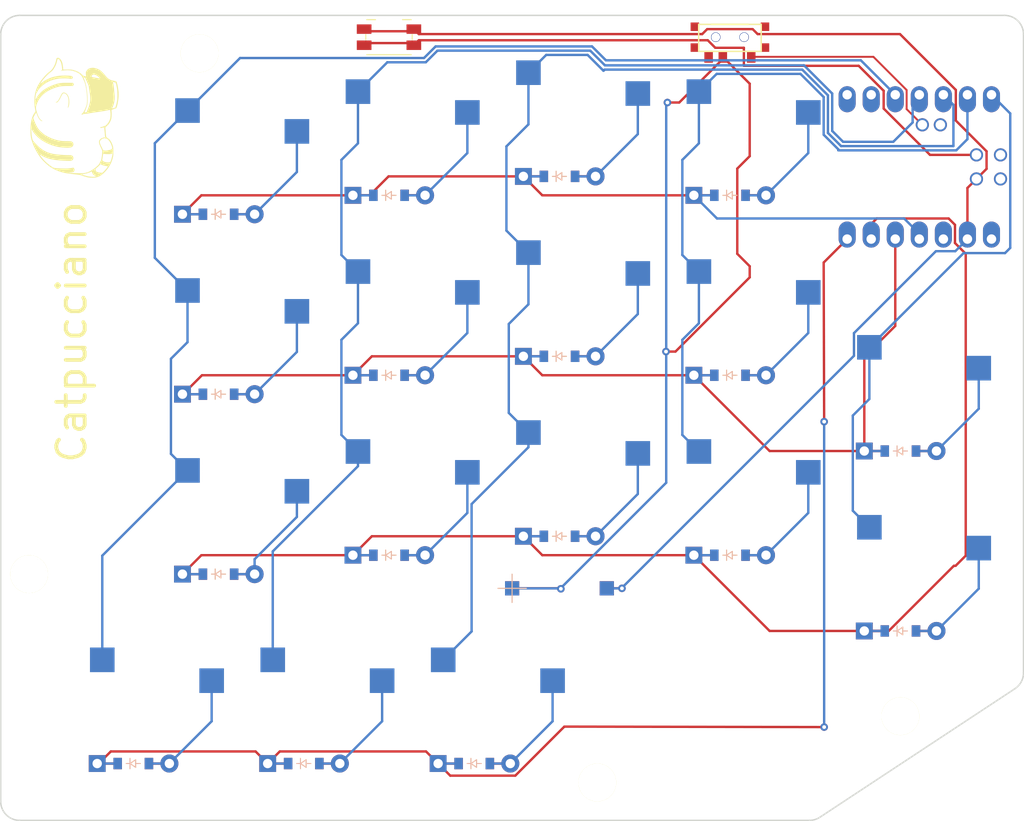
<source format=kicad_pcb>
(kicad_pcb (version 20240108) (generator "pcbnew") (generator_version "8.0")
  (title_block (title "right") (rev "v1.0.0") (company "Unknown"))
  (layers (0 "F.Cu" signal) (31 "B.Cu" signal) (34 "B.Paste" user) (35 "F.Paste" user) (36 "B.SilkS" user "B.Silkscreen") (37 "F.SilkS" user "F.Silkscreen") (38 "B.Mask" user) (39 "F.Mask" user) (44 "Edge.Cuts" user))
  (net 0 "")
  (net 1 "P0")
  (net 2 "mirror_pinky_bottom")
  (net 3 "mirror_pinky_middle")
  (net 4 "P1")
  (net 5 "mirror_ring_bottom")
  (net 6 "mirror_ring_middle")
  (net 7 "mirror_ring_top")
  (net 8 "P2")
  (net 9 "mirror_middle_bottom")
  (net 10 "mirror_middle_middle")
  (net 11 "mirror_middle_top")
  (net 12 "P3")
  (net 13 "mirror_index_bottom")
  (net 14 "mirror_index_middle")
  (net 15 "mirror_index_top")
  (net 16 "P4")
  (net 17 "mirror_inner_bottom")
  (net 18 "mirror_inner_middle")
  (net 19 "mirror_inner_top")
  (net 20 "mirror_middle_clusters")
  (net 21 "mirror_index_clusters")
  (net 22 "mirror_inner_clusters")
  (net 23 "P8")
  (net 24 "P9")
  (net 25 "P10")
  (net 26 "P7")
  (net 27 "VCC5")
  (net 28 "GND")
  (net 29 "VCC3")
  (net 30 "RST")
  (net 31 "BAT+")
  (net 32 "BAT-")
  (net 33 "CLK")
  (net 34 "DIO")
  (net 35 "P5")
  (net 36 "P6")
  (net 37 "POS")
  (footprint "E73:SPDT_C128955" (layer "F.Cu") (at 316 92.3)
    (property "Reference" "T1" (hide yes))
    (property "Value" "" (hide yes))
  )
  (footprint "ComboDiode" (layer "F.Cu") (at 280 109)
    (property "Reference" "D11" (hide yes))
    (property "Value" "" (hide yes))
  )
  (footprint "PG1350" (layer "F.Cu") (at 280 142)
    (property "Reference" "S9" (hide yes))
    (property "Value" "" (hide yes))
  )
  (footprint "ComboDiode" (layer "F.Cu") (at 316 128)
    (property "Reference" "D4" (hide yes))
    (property "Value" "" (hide yes))
  )
  (footprint "PG1350" (layer "F.Cu") (at 262 125)
    (property "Reference" "S13" (hide yes))
    (property "Value" "" (hide yes))
  )
  (footprint "ComboDiode" (layer "F.Cu") (at 289 169)
    (property "Reference" "D15" (hide yes))
    (property "Value" "" (hide yes))
  )
  (footprint "HOLE_M2_TH" (layer "F.Cu") (at 334 164)
    (property "Reference" "")
    (property "Value" "")
  )
  (footprint "ComboDiode" (layer "F.Cu") (at 298 145)
    (property "Reference" "D6" (hide yes))
    (property "Value" "" (hide yes))
  )
  (footprint "PG1350" (layer "F.Cu") (at 298 140)
    (property "Reference" "S6" (hide yes))
    (property "Value" "" (hide yes))
  )
  (footprint "ComboDiode" (layer "F.Cu") (at 298 107)
    (property "Reference" "D8" (hide yes))
    (property "Value" "" (hide yes))
  )
  (footprint "ComboDiode" (layer "F.Cu") (at 271 169)
    (property "Reference" "D16" (hide yes))
    (property "Value" "" (hide yes))
  )
  (footprint "ComboDiode" (layer "F.Cu") (at 280 147)
    (property "Reference" "D9" (hide yes))
    (property "Value" "" (hide yes))
  )
  (footprint "ComboDiode" (layer "F.Cu") (at 316 147)
    (property "Reference" "D3" (hide yes))
    (property "Value" "" (hide yes))
  )
  (footprint "PG1350" (layer "F.Cu") (at 334 150)
    (property "Reference" "S1" (hide yes))
    (property "Value" "" (hide yes))
  )
  (footprint "HOLE_M2_TH" (layer "F.Cu") (at 242 149)
    (property "Reference" "")
    (property "Value" "")
  )
  (footprint "PG1350" (layer "F.Cu") (at 298 102)
    (property "Reference" "S8" (hide yes))
    (property "Value" "" (hide yes))
  )
  (footprint "ComboDiode" (layer "F.Cu") (at 334 136)
    (property "Reference" "D2" (hide yes))
    (property "Value" "" (hide yes))
  )
  (footprint "ComboDiode" (layer "F.Cu") (at 280 128)
    (property "Reference" "D10" (hide yes))
    (property "Value" "" (hide yes))
  )
  (footprint "PG1350" (layer "F.Cu") (at 253 164)
    (property "Reference" "S17" (hide yes))
    (property "Value" "" (hide yes))
  )
  (footprint "PG1350" (layer "F.Cu") (at 280 104)
    (property "Reference" "S11" (hide yes))
    (property "Value" "" (hide yes))
  )
  (footprint "HOLE_M2_TH" (layer "F.Cu") (at 260 94)
    (property "Reference" "")
    (property "Value" "")
  )
  (footprint "PG1350" (layer "F.Cu") (at 271 164)
    (property "Reference" "S16" (hide yes))
    (property "Value" "" (hide yes))
  )
  (footprint "PG1350" (layer "F.Cu") (at 316 104)
    (property "Reference" "S5" (hide yes))
    (property "Value" "" (hide yes))
  )
  (footprint "PG1350" (layer "F.Cu") (at 298 121)
    (property "Reference" "S7" (hide yes))
    (property "Value" "" (hide yes))
  )
  (footprint "PG1350" (layer "F.Cu") (at 262 144)
    (property "Reference" "S12" (hide yes))
    (property "Value" "" (hide yes))
  )
  (footprint "PG1350" (layer "F.Cu") (at 289 164)
    (property "Reference" "S15" (hide yes))
    (property "Value" "" (hide yes))
  )
  (footprint "PG1350" (layer "F.Cu") (at 280 123)
    (property "Reference" "S10" (hide yes))
    (property "Value" "" (hide yes))
  )
  (footprint "HOLE_M2_TH" (layer "F.Cu") (at 302 171)
    (property "Reference" "")
    (property "Value" "")
  )
  (footprint "ComboDiode" (layer "F.Cu") (at 262 111)
    (property "Reference" "D14" (hide yes))
    (property "Value" "" (hide yes))
  )
  (footprint "Downloads:Cat6.1" (layer "F.Cu") (at 246.85 100.85 90)
    (property "Reference" "G***" (hide yes))
    (property "Value" "LOGO" (hide yes))
  )
  (footprint "ComboDiode" (layer "F.Cu") (at 298 150.5)
    (property "Reference" "BATTPAD1" (hide yes))
    (property "Value" "" (hide yes))
  )
  (footprint "ComboDiode" (layer "F.Cu") (at 316 109)
    (property "Reference" "D5" (hide yes))
    (property "Value" "" (hide yes))
  )
  (footprint "ComboDiode" (layer "F.Cu") (at 298 126)
    (property "Reference" "D7" (hide yes))
    (property "Value" "" (hide yes))
  )
  (footprint "ComboDiode" (layer "F.Cu") (at 334 155)
    (property "Reference" "D1" (hide yes))
    (property "Value" "" (hide yes))
  )
  (footprint "Panasonic_EVQPUL_EVQPUC" (layer "F.Cu") (at 280 92.3)
    (property "Reference" "B1" (hide yes))
    (property "Value" "Panasonic_EVQPUL_EVQPUC" (hide yes))
  )
  (footprint "ComboDiode" (layer "F.Cu") (at 253 169)
    (property "Reference" "D17" (hide yes))
    (property "Value" "" (hide yes))
  )
  (footprint "ComboDiode" (layer "F.Cu") (at 262 149)
    (property "Reference" "D12" (hide yes))
    (property "Value" "" (hide yes))
  )
  (footprint "ComboDiode" (layer "F.Cu") (at 262 130)
    (property "Reference" "D13" (hide yes))
    (property "Value" "" (hide yes))
  )
  (footprint "xiao-ble" (layer "F.Cu") (at 336 106 -90)
    (property "Reference" "MCU1" (hide yes))
    (property "Value" "" (hide yes))
  )
  (footprint "Downloads:footprint" (layer "F.Cu") (at 246.85 100.85 90)
    (property "Reference" "G***" (hide yes))
    (property "Value" "LOGO" (hide yes))
  )
  (footprint "PG1350" (layer "F.Cu") (at 316 142)
    (property "Reference" "S3" (hide yes))
    (property "Value" "" (hide yes))
  )
  (footprint "PG1350" (layer "F.Cu") (at 334 131)
    (property "Reference" "S2" (hide yes))
    (property "Value" "" (hide yes))
  )
  (footprint "PG1350" (layer "F.Cu") (at 262 106)
    (property "Reference" "S14" (hide yes))
    (property "Value" "" (hide yes))
  )
  (footprint "PG1350" (layer "F.Cu") (at 316 123)
    (property "Reference" "S4" (hide yes))
    (property "Value" "" (hide yes))
  )
  (gr_arc (start 241 175) (mid 239.585786 174.414214) (end 239 173) (stroke (width 0.15)) (layer "Edge.Cuts"))
  (gr_line (start 241 175) (end 324.40019 175) (stroke (width 0.15)) (layer "Edge.Cuts"))
  (gr_line (start 239 92) (end 239 173) (stroke (width 0.15)) (layer "Edge.Cuts"))
  (gr_line (start 241 90) (end 345 90) (stroke (width 0.15)) (layer "Edge.Cuts"))
  (gr_line (start 347 159.422852) (end 347 92) (stroke (width 0.15)) (layer "Edge.Cuts"))
  (gr_line (start 325.500817 174.669916) (end 346.100627 161.092769) (stroke (width 0.15)) (layer "Edge.Cuts"))
  (gr_arc (start 325.500817 174.669916) (mid 324.974719 174.915702) (end 324.40019 175) (stroke (width 0.15)) (layer "Edge.Cuts"))
  (gr_arc (start 239 92) (mid 239.585786 90.585786) (end 241 90) (stroke (width 0.15)) (layer "Edge.Cuts"))
  (gr_arc (start 345 90) (mid 346.414214 90.585786) (end 347 92) (stroke (width 0.15)) (layer "Edge.Cuts"))
  (gr_arc (start 347.000001 159.422852) (mid 346.760861 160.371205) (end 346.100627 161.092769) (stroke (width 0.15)) (layer "Edge.Cuts"))
  (gr_text "Catpucciano" (at 246.5 137.5 90) (layer "F.SilkS") (effects (font (size 3 3) (thickness 0.4)) (justify left)))
  (segment (start 340.675 115.1) (end 345.05 115.1) (width 0.25) (layer "B.Cu") (net 1))
  (segment (start 345.6 114.55) (end 345.6 100.36) (width 0.25) (layer "B.Cu") (net 1))
  (segment (start 330.725 125.05) (end 340.675 115.1) (width 0.25) (layer "B.Cu") (net 1))
  (segment (start 345.05 115.1) (end 345.6 114.55) (width 0.25) (layer "B.Cu") (net 1))
  (segment (start 345.6 100.36) (end 343.62 98.38) (width 0.25) (layer "B.Cu") (net 1))
  (segment (start 328.976 142.301) (end 330.725 144.05) (width 0.25) (layer "B.Cu") (net 1))
  (segment (start 330.725 125.05) (end 330.725 130.508684) (width 0.25) (layer "B.Cu") (net 1))
  (segment (start 328.976 132.257684) (end 328.976 142.301) (width 0.25) (layer "B.Cu") (net 1))
  (segment (start 330.725 130.508684) (end 328.976 132.257684) (width 0.25) (layer "B.Cu") (net 1))
  (segment (start 335.65 155) (end 337.81 155) (width 0.25) (layer "F.Cu") (net 2))
  (segment (start 342.275 146.25) (end 342.275 150.535) (width 0.25) (layer "B.Cu") (net 2))
  (segment (start 342.275 150.535) (end 337.81 155) (width 0.25) (layer "B.Cu") (net 2))
  (segment (start 335.65 155) (end 337.81 155) (width 0.25) (layer "B.Cu") (net 2))
  (segment (start 335.65 136) (end 337.81 136) (width 0.25) (layer "F.Cu") (net 3))
  (segment (start 337.81 136) (end 335.65 136) (width 0.25) (layer "B.Cu") (net 3))
  (segment (start 342.275 131.535) (end 337.81 136) (width 0.25) (layer "B.Cu") (net 3))
  (segment (start 342.275 127.25) (end 342.275 131.535) (width 0.25) (layer "B.Cu") (net 3))
  (segment (start 312.725 103.508684) (end 310.976 105.257684) (width 0.25) (layer "B.Cu") (net 4))
  (segment (start 341.08 103.07) (end 341.08 98.38) (width 0.25) (layer "B.Cu") (net 4))
  (segment (start 310.976 134.301) (end 312.725 136.05) (width 0.25) (layer "B.Cu") (net 4))
  (segment (start 325.9 102.6) (end 327.45 104.15) (width 0.25) (layer "B.Cu") (net 4))
  (segment (start 339.9 104.25) (end 341.08 103.07) (width 0.25) (layer "B.Cu") (net 4))
  (segment (start 327.45 104.15) (end 327.45 104.25) (width 0.25) (layer "B.Cu") (net 4))
  (segment (start 312.725 98.05) (end 314.6 96.175) (width 0.25) (layer "B.Cu") (net 4))
  (segment (start 312.725 117.05) (end 312.725 122.508684) (width 0.25) (layer "B.Cu") (net 4))
  (segment (start 310.976 124.257684) (end 310.976 134.301) (width 0.25) (layer "B.Cu") (net 4))
  (segment (start 327.45 104.25) (end 339.9 104.25) (width 0.25) (layer "B.Cu") (net 4))
  (segment (start 310.976 105.257684) (end 310.976 115.301) (width 0.25) (layer "B.Cu") (net 4))
  (segment (start 312.725 98.05) (end 312.725 103.508684) (width 0.25) (layer "B.Cu") (net 4))
  (segment (start 312.725 122.508684) (end 310.976 124.257684) (width 0.25) (layer "B.Cu") (net 4))
  (segment (start 310.976 115.301) (end 312.725 117.05) (width 0.25) (layer "B.Cu") (net 4))
  (segment (start 314.6 96.175) (end 323.45 96.175) (width 0.25) (layer "B.Cu") (net 4))
  (segment (start 323.45 96.175) (end 325.9 98.625) (width 0.25) (layer "B.Cu") (net 4))
  (segment (start 325.9 98.625) (end 325.9 102.6) (width 0.25) (layer "B.Cu") (net 4))
  (segment (start 319.81 147) (end 317.65 147) (width 0.25) (layer "F.Cu") (net 5))
  (segment (start 324.275 138.25) (end 324.275 142.535) (width 0.25) (layer "B.Cu") (net 5))
  (segment (start 317.65 147) (end 319.81 147) (width 0.25) (layer "B.Cu") (net 5))
  (segment (start 324.275 142.535) (end 319.81 147) (width 0.25) (layer "B.Cu") (net 5))
  (segment (start 319.81 128) (end 317.65 128) (width 0.25) (layer "F.Cu") (net 6))
  (segment (start 324.275 123.535) (end 319.81 128) (width 0.25) (layer "B.Cu") (net 6))
  (segment (start 324.275 119.25) (end 324.275 123.535) (width 0.25) (layer "B.Cu") (net 6))
  (segment (start 317.65 128) (end 319.81 128) (width 0.25) (layer "B.Cu") (net 6))
  (segment (start 317.65 109) (end 319.81 109) (width 0.25) (layer "F.Cu") (net 7))
  (segment (start 324.275 100.25) (end 324.275 104.535) (width 0.25) (layer "B.Cu") (net 7))
  (segment (start 324.275 104.535) (end 319.81 109) (width 0.25) (layer "B.Cu") (net 7))
  (segment (start 317.65 109) (end 319.81 109) (width 0.25) (layer "B.Cu") (net 7))
  (segment (start 339.6 103.8) (end 339.6 99.44) (width 0.25) (layer "B.Cu") (net 8))
  (segment (start 292.4 103.833684) (end 294.725 101.508684) (width 0.25) (layer "B.Cu") (net 8))
  (segment (start 326.35 98.438604) (end 326.35 102.413604) (width 0.25) (layer "B.Cu") (net 8))
  (segment (start 327.736396 103.8) (end 339.6 103.8) (width 0.25) (layer "B.Cu") (net 8))
  (segment (start 339.6 99.44) (end 338.54 98.38) (width 0.25) (layer "B.Cu") (net 8))
  (segment (start 288.725 155.05) (end 285.725 158.05) (width 0.25) (layer "B.Cu") (net 8))
  (segment (start 300.975 94.175) (end 302.65 95.85) (width 0.25) (layer "B.Cu") (net 8))
  (segment (start 294.725 115.05) (end 292.4 112.725) (width 0.25) (layer "B.Cu") (net 8))
  (segment (start 294.725 135.6) (end 288.725 141.6) (width 0.25) (layer "B.Cu") (net 8))
  (segment (start 292.65 131.975) (end 292.65 122.583684) (width 0.25) (layer "B.Cu") (net 8))
  (segment (start 294.725 120.508684) (end 294.725 115.05) (width 0.25) (layer "B.Cu") (net 8))
  (segment (start 292.65 122.583684) (end 294.725 120.508684) (width 0.25) (layer "B.Cu") (net 8))
  (segment (start 296.6 94.175) (end 300.975 94.175) (width 0.25) (layer "B.Cu") (net 8))
  (segment (start 294.725 134.05) (end 294.725 135.6) (width 0.25) (layer "B.Cu") (net 8))
  (segment (start 294.725 96.05) (end 296.6 94.175) (width 0.25) (layer "B.Cu") (net 8))
  (segment (start 288.725 141.6) (end 288.725 155.05) (width 0.25) (layer "B.Cu") (net 8))
  (segment (start 323.636396 95.725) (end 326.35 98.438604) (width 0.25) (layer "B.Cu") (net 8))
  (segment (start 326.35 102.413604) (end 327.736396 103.8) (width 0.25) (layer "B.Cu") (net 8))
  (segment (start 302.65 95.85) (end 302.775 95.725) (width 0.25) (layer "B.Cu") (net 8))
  (segment (start 294.725 101.508684) (end 294.725 96.05) (width 0.25) (layer "B.Cu") (net 8))
  (segment (start 302.775 95.725) (end 323.636396 95.725) (width 0.25) (layer "B.Cu") (net 8))
  (segment (start 294.725 134.05) (end 292.65 131.975) (width 0.25) (layer "B.Cu") (net 8))
  (segment (start 292.4 112.725) (end 292.4 103.833684) (width 0.25) (layer "B.Cu") (net 8))
  (segment (start 299.65 145) (end 301.81 145) (width 0.25) (layer "F.Cu") (net 9))
  (segment (start 306.275 136.25) (end 306.275 140.535) (width 0.25) (layer "B.Cu") (net 9))
  (segment (start 306.275 140.535) (end 301.81 145) (width 0.25) (layer "B.Cu") (net 9))
  (segment (start 299.65 145) (end 301.81 145) (width 0.25) (layer "B.Cu") (net 9))
  (segment (start 299.65 126) (end 301.81 126) (width 0.25) (layer "F.Cu") (net 10))
  (segment (start 299.65 126) (end 301.81 126) (width 0.25) (layer "B.Cu") (net 10))
  (segment (start 306.275 117.25) (end 306.275 121.535) (width 0.25) (layer "B.Cu") (net 10))
  (segment (start 306.275 121.535) (end 301.81 126) (width 0.25) (layer "B.Cu") (net 10))
  (segment (start 299.65 107) (end 301.81 107) (width 0.25) (layer "F.Cu") (net 11))
  (segment (start 306.275 98.25) (end 306.275 102.535) (width 0.25) (layer "B.Cu") (net 11))
  (segment (start 306.275 102.535) (end 301.81 107) (width 0.25) (layer "B.Cu") (net 11))
  (segment (start 299.65 107) (end 301.81 107) (width 0.25) (layer "B.Cu") (net 11))
  (segment (start 276.725 98.05) (end 279.825 94.95) (width 0.25) (layer "B.Cu") (net 12))
  (segment (start 276.725 122.508684) (end 274.976 124.257684) (width 0.25) (layer "B.Cu") (net 12))
  (segment (start 285.111396 93.725) (end 301.25 93.725) (width 0.25) (layer "B.Cu") (net 12))
  (segment (start 274.976 124.257684) (end 274.976 134.301) (width 0.25) (layer "B.Cu") (net 12))
  (segment (start 274.976 115.301) (end 276.725 117.05) (width 0.25) (layer "B.Cu") (net 12))
  (segment (start 335.2935 101.3065) (end 335.2935 99.0865) (width 0.25) (layer "B.Cu") (net 12))
  (segment (start 276.725 103.508684) (end 274.976 105.257684) (width 0.25) (layer "B.Cu") (net 12))
  (segment (start 333.25 103.35) (end 335.2935 101.3065) (width 0.25) (layer "B.Cu") (net 12))
  (segment (start 274.976 134.301) (end 276.725 136.05) (width 0.25) (layer "B.Cu") (net 12))
  (segment (start 267.725 146.6) (end 267.725 158.05) (width 0.25) (layer "B.Cu") (net 12))
  (segment (start 274.976 105.257684) (end 274.976 115.301) (width 0.25) (layer "B.Cu") (net 12))
  (segment (start 283.886396 94.95) (end 285.111396 93.725) (width 0.25) (layer "B.Cu") (net 12))
  (segment (start 335.2935 99.0865) (end 336 98.38) (width 0.25) (layer "B.Cu") (net 12))
  (segment (start 279.825 94.95) (end 283.886396 94.95) (width 0.25) (layer "B.Cu") (net 12))
  (segment (start 276.725 136.05) (end 276.725 137.6) (width 0.25) (layer "B.Cu") (net 12))
  (segment (start 301.25 93.725) (end 302.8 95.275) (width 0.25) (layer "B.Cu") (net 12))
  (segment (start 276.725 137.6) (end 267.725 146.6) (width 0.25) (layer "B.Cu") (net 12))
  (segment (start 326.8 98.252208) (end 326.8 102.2) (width 0.25) (layer "B.Cu") (net 12))
  (segment (start 302.8 95.275) (end 323.822792 95.275) (width 0.25) (layer "B.Cu") (net 12))
  (segment (start 327.95 103.35) (end 333.25 103.35) (width 0.25) (layer "B.Cu") (net 12))
  (segment (start 276.725 117.05) (end 276.725 122.508684) (width 0.25) (layer "B.Cu") (net 12))
  (segment (start 326.8 102.2) (end 327.95 103.35) (width 0.25) (layer "B.Cu") (net 12))
  (segment (start 323.822792 95.275) (end 326.8 98.252208) (width 0.25) (layer "B.Cu") (net 12))
  (segment (start 276.725 98.05) (end 276.725 103.508684) (width 0.25) (layer "B.Cu") (net 12))
  (segment (start 281.65 147) (end 283.81 147) (width 0.25) (layer "F.Cu") (net 13))
  (segment (start 288.275 138.25) (end 288.275 142.535) (width 0.25) (layer "B.Cu") (net 13))
  (segment (start 281.65 147) (end 283.81 147) (width 0.25) (layer "B.Cu") (net 13))
  (segment (start 288.275 142.535) (end 283.81 147) (width 0.25) (layer "B.Cu") (net 13))
  (segment (start 281.65 128) (end 283.81 128) (width 0.25) (layer "F.Cu") (net 14))
  (segment (start 288.275 123.535) (end 283.81 128) (width 0.25) (layer "B.Cu") (net 14))
  (segment (start 288.275 119.25) (end 288.275 123.535) (width 0.25) (layer "B.Cu") (net 14))
  (segment (start 281.65 128) (end 283.81 128) (width 0.25) (layer "B.Cu") (net 14))
  (segment (start 281.65 109) (end 283.81 109) (width 0.25) (layer "F.Cu") (net 15))
  (segment (start 281.65 109) (end 283.81 109) (width 0.25) (layer "B.Cu") (net 15))
  (segment (start 288.275 104.535) (end 283.81 109) (width 0.25) (layer "B.Cu") (net 15))
  (segment (start 288.275 100.25) (end 288.275 104.535) (width 0.25) (layer "B.Cu") (net 15))
  (segment (start 255.2741 115.5991) (end 255.2741 103.5009) (width 0.25) (layer "B.Cu") (net 16))
  (segment (start 256.976 136.301) (end 258.725 138.05) (width 0.25) (layer "B.Cu") (net 16))
  (segment (start 258.725 119.05) (end 258.725 124.508684) (width 0.25) (layer "B.Cu") (net 16))
  (segment (start 329.824302 94.744302) (end 333.46 98.38) (width 0.25) (layer "B.Cu") (net 16))
  (segment (start 301.436396 93.275) (end 302.905698 94.744302) (width 0.25) (layer "B.Cu") (net 16))
  (segment (start 284.925 93.275) (end 301.436396 93.275) (width 0.25) (layer "B.Cu") (net 16))
  (segment (start 258.725 100.05) (end 264.275 94.5) (width 0.25) (layer "B.Cu") (net 16))
  (segment (start 255.2741 103.5009) (end 258.725 100.05) (width 0.25) (layer "B.Cu") (net 16))
  (segment (start 283.7 94.5) (end 284.925 93.275) (width 0.25) (layer "B.Cu") (net 16))
  (segment (start 256.976 126.257684) (end 256.976 136.301) (width 0.25) (layer "B.Cu") (net 16))
  (segment (start 249.725 147.05) (end 258.725 138.05) (width 0.25) (layer "B.Cu") (net 16))
  (segment (start 258.725 124.508684) (end 256.976 126.257684) (width 0.25) (layer "B.Cu") (net 16))
  (segment (start 302.905698 94.744302) (end 329.824302 94.744302) (width 0.25) (layer "B.Cu") (net 16))
  (segment (start 264.275 94.5) (end 283.7 94.5) (width 0.25) (layer "B.Cu") (net 16))
  (segment (start 249.725 158.05) (end 249.725 147.05) (width 0.25) (layer "B.Cu") (net 16))
  (segment (start 258.725 119.05) (end 255.2741 115.5991) (width 0.25) (layer "B.Cu") (net 16))
  (segment (start 265.81 149) (end 263.65 149) (width 0.25) (layer "F.Cu") (net 17))
  (segment (start 270.275 142.958684) (end 265.81 147.423684) (width 0.25) (layer "B.Cu") (net 17))
  (segment (start 265.81 147.423684) (end 265.81 149) (width 0.25) (layer "B.Cu") (net 17))
  (segment (start 263.65 149) (end 265.81 149) (width 0.25) (layer "B.Cu") (net 17))
  (segment (start 270.275 140.25) (end 270.275 142.958684) (width 0.25) (layer "B.Cu") (net 17))
  (segment (start 263.65 130) (end 265.81 130) (width 0.25) (layer "F.Cu") (net 18))
  (segment (start 265.81 130) (end 263.65 130) (width 0.25) (layer "B.Cu") (net 18))
  (segment (start 270.275 121.25) (end 270.275 125.535) (width 0.25) (layer "B.Cu") (net 18))
  (segment (start 270.275 125.535) (end 265.81 130) (width 0.25) (layer "B.Cu") (net 18))
  (segment (start 263.65 111) (end 265.81 111) (width 0.25) (layer "F.Cu") (net 19))
  (segment (start 263.65 111) (end 265.81 111) (width 0.25) (layer "B.Cu") (net 19))
  (segment (start 270.275 106.535) (end 265.81 111) (width 0.25) (layer "B.Cu") (net 19))
  (segment (start 270.275 102.25) (end 270.275 106.535) (width 0.25) (layer "B.Cu") (net 19))
  (segment (start 292.81 169) (end 290.65 169) (width 0.25) (layer "F.Cu") (net 20))
  (segment (start 297.275 164.535) (end 292.81 169) (width 0.25) (layer "B.Cu") (net 20))
  (segment (start 297.275 160.25) (end 297.275 164.535) (width 0.25) (layer "B.Cu") (net 20))
  (segment (start 290.65 169) (end 292.81 169) (width 0.25) (layer "B.Cu") (net 20))
  (segment (start 274.81 169) (end 272.65 169) (width 0.25) (layer "F.Cu") (net 21))
  (segment (start 272.65 169) (end 274.81 169) (width 0.25) (layer "B.Cu") (net 21))
  (segment (start 279.275 164.535) (end 274.81 169) (width 0.25) (layer "B.Cu") (net 21))
  (segment (start 279.275 160.25) (end 279.275 164.535) (width 0.25) (layer "B.Cu") (net 21))
  (segment (start 254.65 169) (end 256.81 169) (width 0.25) (layer "F.Cu") (net 22))
  (segment (start 261.275 164.535) (end 256.81 169) (width 0.25) (layer "B.Cu") (net 22))
  (segment (start 261.275 160.25) (end 261.275 164.535) (width 0.25) (layer "B.Cu") (net 22))
  (segment (start 254.65 169) (end 256.81 169) (width 0.25) (layer "B.Cu") (net 22))
  (segment (start 339.095 111.445) (end 331.505 111.445) (width 0.25) (layer "F.Cu") (net 23))
  (segment (start 258.19 149) (end 260.35 149) (width 0.25) (layer "F.Cu") (net 23))
  (segment (start 340.9 115.172412) (end 339.765 114.037412) (width 0.25) (layer "F.Cu") (net 23))
  (segment (start 339.765 112.115) (end 339.095 111.445) (width 0.25) (layer "F.Cu") (net 23))
  (segment (start 339.825 148.125) (end 340.9 147.05) (width 0.25) (layer "F.Cu") (net 23))
  (segment (start 340.9 147.05) (end 340.9 115.172412) (width 0.25) (layer "F.Cu") (net 23))
  (segment (start 330.19 155) (end 320.19 155) (width 0.25) (layer "F.Cu") (net 23))
  (segment (start 276.19 147) (end 260.19 147) (width 0.25) (layer "F.Cu") (net 23))
  (segment (start 312.19 147) (end 296.19 147) (width 0.25) (layer "F.Cu") (net 23))
  (segment (start 339.641316 148.125) (end 339.825 148.125) (width 0.25) (layer "F.Cu") (net 23))
  (segment (start 330.19 155) (end 332.35 155) (width 0.25) (layer "F.Cu") (net 23))
  (segment (start 331.505 111.445) (end 330.92 112.03) (width 0.25) (layer "F.Cu") (net 23))
  (segment (start 330.92 112.03) (end 330.92 113.62) (width 0.25) (layer "F.Cu") (net 23))
  (segment (start 314.35 147) (end 312.19 147) (width 0.25) (layer "F.Cu") (net 23))
  (segment (start 339.765 114.037412) (end 339.765 112.115) (width 0.25) (layer "F.Cu") (net 23))
  (segment (start 278.19 145) (end 276.19 147) (width 0.25) (layer "F.Cu") (net 23))
  (segment (start 294.19 145) (end 278.19 145) (width 0.25) (layer "F.Cu") (net 23))
  (segment (start 332.766316 155) (end 339.641316 148.125) (width 0.25) (layer "F.Cu") (net 23))
  (segment (start 278.35 147) (end 276.19 147) (width 0.25) (layer "F.Cu") (net 23))
  (segment (start 330.19 155) (end 332.766316 155) (width 0.25) (layer "F.Cu") (net 23))
  (segment (start 260.19 147) (end 258.19 149) (width 0.25) (layer "F.Cu") (net 23))
  (segment (start 296.19 147) (end 294.19 145) (width 0.25) (layer "F.Cu") (net 23))
  (segment (start 320.19 155) (end 312.19 147) (width 0.25) (layer "F.Cu") (net 23))
  (segment (start 296.35 145) (end 294.19 145) (width 0.25) (layer "F.Cu") (net 23))
  (segment (start 312.19 147) (end 314.35 147) (width 0.25) (layer "B.Cu") (net 23))
  (segment (start 276.19 147) (end 278.35 147) (width 0.25) (layer "B.Cu") (net 23))
  (segment (start 258.19 149) (end 260.35 149) (width 0.25) (layer "B.Cu") (net 23))
  (segment (start 294.19 145) (end 296.35 145) (width 0.25) (layer "B.Cu") (net 23))
  (segment (start 330.19 155) (end 332.35 155) (width 0.25) (layer "B.Cu") (net 23))
  (segment (start 276.19 128) (end 278.35 128) (width 0.25) (layer "F.Cu") (net 24))
  (segment (start 330.19 136) (end 332.35 136) (width 0.25) (layer "F.Cu") (net 24))
  (segment (start 258.25 130) (end 260.25 128) (width 0.25) (layer "F.Cu") (net 24))
  (segment (start 294.19 126) (end 296.35 126) (width 0.25) (layer "F.Cu") (net 24))
  (segment (start 276.19 128) (end 278.19 126) (width 0.25) (layer "F.Cu") (net 24))
  (segment (start 278.19 126) (end 294.19 126) (width 0.25) (layer "F.Cu") (net 24))
  (segment (start 333.46 122.79) (end 333.46 113.62) (width 0.25) (layer "F.Cu") (net 24))
  (segment (start 258.19 130) (end 258.25 130) (width 0.25) (layer "F.Cu") (net 24))
  (segment (start 294.19 126) (end 296.19 128) (width 0.25) (layer "F.Cu") (net 24))
  (segment (start 312.19 128) (end 314.35 128) (width 0.25) (layer "F.Cu") (net 24))
  (segment (start 312.19 128) (end 320.19 136) (width 0.25) (layer "F.Cu") (net 24))
  (segment (start 330.19 136) (end 330.19 126.06) (width 0.25) (layer "F.Cu") (net 24))
  (segment (start 330.19 126.06) (end 333.46 122.79) (width 0.25) (layer "F.Cu") (net 24))
  (segment (start 260.25 128) (end 276.19 128) (width 0.25) (layer "F.Cu") (net 24))
  (segment (start 320.19 136) (end 330.19 136) (width 0.25) (layer "F.Cu") (net 24))
  (segment (start 296.19 128) (end 312.19 128) (width 0.25) (layer "F.Cu") (net 24))
  (segment (start 258.19 130) (end 260.35 130) (width 0.25) (layer "F.Cu") (net 24))
  (segment (start 296.35 126) (end 294.19 126) (width 0.25) (layer "B.Cu") (net 24))
  (segment (start 332.35 136) (end 330.19 136) (width 0.25) (layer "B.Cu") (net 24))
  (segment (start 312.19 128) (end 314.35 128) (width 0.25) (layer "B.Cu") (net 24))
  (segment (start 258.19 130) (end 260.35 130) (width 0.25) (layer "B.Cu") (net 24))
  (segment (start 278.35 128) (end 276.19 128) (width 0.25) (layer "B.Cu") (net 24))
  (segment (start 294.19 107) (end 296.35 107) (width 0.25) (layer "F.Cu") (net 25))
  (segment (start 296.19 109) (end 312.19 109) (width 0.25) (layer "F.Cu") (net 25))
  (segment (start 258.19 111) (end 260.19 109) (width 0.25) (layer "F.Cu") (net 25))
  (segment (start 258.19 111) (end 260.35 111) (width 0.25) (layer "F.Cu") (net 25))
  (segment (start 279.954999 107) (end 294.19 107) (width 0.25) (layer "F.Cu") (net 25))
  (segment (start 294.19 107) (end 296.19 109) (width 0.25) (layer "F.Cu") (net 25))
  (segment (start 260.19 109) (end 276.19 109) (width 0.25) (layer "F.Cu") (net 25))
  (segment (start 276.19 109) (end 278.35 109) (width 0.25) (layer "F.Cu") (net 25))
  (segment (start 277.954999 109) (end 279.954999 107) (width 0.25) (layer "F.Cu") (net 25))
  (segment (start 312.19 109) (end 314.35 109) (width 0.25) (layer "F.Cu") (net 25))
  (segment (start 276.19 109) (end 277.954999 109) (width 0.25) (layer "F.Cu") (net 25))
  (segment (start 312.19 109) (end 314.635 111.445) (width 0.25) (layer "B.Cu") (net 25))
  (segment (start 336 113.05) (end 336 113.62) (width 0.25) (layer "B.Cu") (net 25))
  (segment (start 294.19 107) (end 296.35 107) (width 0.25) (layer "B.Cu") (net 25))
  (segment (start 334.395 111.445) (end 336 113.05) (width 0.25) (layer "B.Cu") (net 25))
  (segment (start 276.19 109) (end 278.35 109) (width 0.25) (layer "B.Cu") (net 25))
  (segment (start 314.635 111.445) (end 334.395 111.445) (width 0.25) (layer "B.Cu") (net 25))
  (segment (start 258.19 111) (end 260.35 111) (width 0.25) (layer "B.Cu") (net 25))
  (segment (start 312.19 109) (end 314.35 109) (width 0.25) (layer "B.Cu") (net 25))
  (segment (start 293.339158 170.2775) (end 286.4675 170.2775) (width 0.25) (layer "F.Cu") (net 26))
  (segment (start 267.19 169) (end 268.4675 167.7225) (width 0.25) (layer "F.Cu") (net 26))
  (segment (start 326.05 165.05) (end 326 165.1) (width 0.25) (layer "F.Cu") (net 26))
  (segment (start 283.9125 167.7225) (end 285.19 169) (width 0.25) (layer "F.Cu") (net 26))
  (segment (start 249.19 169) (end 249.35 169) (width 0.25) (layer "F.Cu") (net 26))
  (segment (start 267.19 169) (end 269.35 169) (width 0.25) (layer "F.Cu") (net 26))
  (segment (start 286.4675 170.2775) (end 285.19 169) (width 0.25) (layer "F.Cu") (net 26))
  (segment (start 249.19 169) (end 251.35 169) (width 0.25) (layer "F.Cu") (net 26))
  (segment (start 298.516658 165.1) (end 293.339158 170.2775) (width 0.25) (layer "F.Cu") (net 26))
  (segment (start 325.95 165.15) (end 298.516658 165.1) (width 0.25) (layer "F.Cu") (net 26))
  (segment (start 328.38 113.62) (end 325.9 116.1) (width 0.25) (layer "F.Cu") (net 26))
  (segment (start 326 165.1) (end 325.95 165.15) (width 0.25) (layer "F.Cu") (net 26))
  (segment (start 285.19 169) (end 287.35 169) (width 0.25) (layer "F.Cu") (net 26))
  (segment (start 249.35 169) (end 250.6275 167.7225) (width 0.25) (layer "F.Cu") (net 26))
  (segment (start 265.9125 167.7225) (end 267.19 169) (width 0.25) (layer "F.Cu") (net 26))
  (segment (start 325.9 116.1) (end 325.95 132.9) (width 0.25) (layer "F.Cu") (net 26))
  (segment (start 268.4675 167.7225) (end 283.9125 167.7225) (width 0.25) (layer "F.Cu") (net 26))
  (segment (start 250.6275 167.7225) (end 265.9125 167.7225) (width 0.25) (layer "F.Cu") (net 26))
  (segment (start 328.38 113.477588) (end 328.38 113.62) (width 0.25) (layer "F.Cu") (net 26))
  (segment (start 325.95 132.9) (end 325.9 132.9) (width 0.25) (layer "F.Cu") (net 26))
  (via (at 325.95 165.15) (size 0.8) (drill 0.4) (layers "F.Cu" "B.Cu") (net 26))
  (via (at 325.95 132.9) (size 0.8) (drill 0.4) (layers "F.Cu" "B.Cu") (net 26))
  (segment (start 269.35 169) (end 267.19 169) (width 0.25) (layer "B.Cu") (net 26))
  (segment (start 249.19 169) (end 251.35 169) (width 0.25) (layer "B.Cu") (net 26))
  (segment (start 285.19 169) (end 287.35 169) (width 0.25) (layer "B.Cu") (net 26))
  (segment (start 325.95 165.15) (end 325.95 132.9) (width 0.25) (layer "B.Cu") (net 26))
  (segment (start 343.1 104.350552) (end 343.1 106.202) (width 0.25) (layer "F.Cu") (net 28))
  (segment (start 282.625 91.45) (end 283.15 91.975) (width 0.25) (layer "F.Cu") (net 28))
  (segment (start 277.375 91.45) (end 277.6 91.675) (width 0.25) (layer "F.Cu") (net 28))
  (segment (start 303 150.5) (end 304.6 150.5) (width 0.25) (layer "F.Cu") (net 28))
  (segment (start 333.957412 91.975) (end 339.855 97.872588) (width 0.25) (layer "F.Cu") (net 28))
  (segment (start 313.6 91.45) (end 318.4 91.45) (width 0.25) (layer "F.Cu") (net 28))
  (segment (start 342.032 107.27) (end 341.08 108.222) (width 0.25) (layer "F.Cu") (net 28))
  (segment (start 282.4 91.675) (end 282.625 91.45) (width 0.25) (layer "F.Cu") (net 28))
  (segment (start 343.1 106.202) (end 342.032 107.27) (width 0.25) (layer "F.Cu") (net 28))
  (segment (start 339.855 101.105552) (end 343.1 104.350552) (width 0.25) (layer "F.Cu") (net 28))
  (segment (start 283.15 91.975) (end 313.075 91.975) (width 0.25) (layer "F.Cu") (net 28))
  (segment (start 277.6 91.675) (end 282.4 91.675) (width 0.25) (layer "F.Cu") (net 28))
  (segment (start 313.075 91.975) (end 313.6 91.45) (width 0.25) (layer "F.Cu") (net 28))
  (segment (start 318.925 91.975) (end 333.957412 91.975) (width 0.25) (layer "F.Cu") (net 28))
  (segment (start 341.08 108.222) (end 341.08 113.62) (width 0.25) (layer "F.Cu") (net 28))
  (segment (start 339.855 97.872588) (end 339.855 101.105552) (width 0.25) (layer "F.Cu") (net 28))
  (segment (start 318.4 91.45) (end 318.925 91.975) (width 0.25) (layer "F.Cu") (net 28))
  (via (at 304.6 150.5) (size 0.8) (drill 0.4) (layers "F.Cu" "B.Cu") (net 28))
  (segment (start 329.1 123.55) (end 337.75 114.9) (width 0.25) (layer "B.Cu") (net 28))
  (segment (start 304.545001 150.5) (end 304.545001 150.5) (width 0.25) (layer "B.Cu") (net 28))
  (segment (start 337.75 114.9) (end 339.8 114.9) (width 0.25) (layer "B.Cu") (net 28))
  (segment (start 339.8 114.9) (end 341.08 113.62) (width 0.25) (layer "B.Cu") (net 28))
  (segment (start 304.545001 150.5) (end 304.6 150.5) (width 0.25) (layer "B.Cu") (net 28))
  (segment (start 303 150.5) (end 304.545001 150.5) (width 0.25) (layer "B.Cu") (net 28))
  (segment (start 329.1 125.945001) (end 329.1 123.55) (width 0.25) (layer "B.Cu") (net 28))
  (segment (start 304.6 150.5) (end 304.6 150.445001) (width 0.25) (layer "B.Cu") (net 28))
  (segment (start 304.6 150.445001) (end 329.1 125.945001) (width 0.25) (layer "B.Cu") (net 28))
  (segment (start 337.127588 104.73) (end 342.032 104.73) (width 0.25) (layer "F.Cu") (net 30))
  (segment (start 332.235 99.837412) (end 337.127588 104.73) (width 0.25) (layer "F.Cu") (net 30))
  (segment (start 317.475 93.425) (end 317.475 95.325) (width 0.25) (layer "F.Cu") (net 30))
  (segment (start 277.6 92.925) (end 282.4 92.925) (width 0.25) (layer "F.Cu") (net 30))
  (segment (start 332.235 97.962588) (end 332.235 99.837412) (width 0.25) (layer "F.Cu") (net 30))
  (segment (start 282.625 93.15) (end 283.15 92.625) (width 0.25) (layer "F.Cu") (net 30))
  (segment (start 317.475 95.325) (end 329.597412 95.325) (width 0.25) (layer "F.Cu") (net 30))
  (segment (start 283.15 92.625) (end 313.658273 92.625) (width 0.25) (layer "F.Cu") (net 30))
  (segment (start 314.458273 93.425) (end 317.475 93.425) (width 0.25) (layer "F.Cu") (net 30))
  (segment (start 277.375 93.15) (end 277.6 92.925) (width 0.25) (layer "F.Cu") (net 30))
  (segment (start 313.658273 92.625) (end 314.458273 93.425) (width 0.25) (layer "F.Cu") (net 30))
  (segment (start 329.597412 95.325) (end 332.235 97.962588) (width 0.25) (layer "F.Cu") (net 30))
  (segment (start 282.4 92.925) (end 282.625 93.15) (width 0.25) (layer "F.Cu") (net 30))
  (segment (start 318.25 94.375) (end 331.152056 94.375) (width 0.2) (layer "F.Cu") (net 31))
  (segment (start 334.66 97.882944) (end 334.66 99.898) (width 0.2) (layer "F.Cu") (net 31))
  (segment (start 334.66 99.898) (end 336.317 101.555) (width 0.2) (layer "F.Cu") (net 31))
  (segment (start 331.152056 94.375) (end 334.66 97.882944) (width 0.2) (layer "F.Cu") (net 31))
  (segment (start 309.4 99.2) (end 309.4 99.15) (width 0.25) (layer "F.Cu") (net 37))
  (segment (start 315.25 94.375) (end 318.0895 97.2145) (width 0.25) (layer "F.Cu") (net 37))
  (segment (start 293 150.5) (end 298.1 150.5) (width 0.25) (layer "F.Cu") (net 37))
  (segment (start 318.0895 97.2145) (end 318.0895 104.865499) (width 0.25) (layer "F.Cu") (net 37))
  (segment (start 318.0895 117.6605) (end 310.25 125.5) (width 0.25) (layer "F.Cu") (net 37))
  (segment (start 298.1 150.5) (end 298.15 150.55) (width 0.25) (layer "F.Cu") (net 37))
  (segment (start 315.25 94.375) (end 315.25 94.6) (width 0.25) (layer "F.Cu") (net 37))
  (segment (start 310.25 125.5) (end 309.3 125.5) (width 0.25) (layer "F.Cu") (net 37))
  (segment (start 318.0895 116.48785) (end 318.0895 117.6605) (width 0.25) (layer "F.Cu") (net 37))
  (segment (start 318.0895 104.865499) (end 316.77665 106.178349) (width 0.25) (layer "F.Cu") (net 37))
  (segment (start 316.77665 115.175) (end 318.0895 116.48785) (width 0.25) (layer "F.Cu") (net 37))
  (segment (start 315.25 94.6) (end 310.65 99.2) (width 0.25) (layer "F.Cu") (net 37))
  (segment (start 310.65 99.2) (end 309.4 99.2) (width 0.25) (layer "F.Cu") (net 37))
  (segment (start 316.77665 106.178349) (end 316.77665 115.175) (width 0.25) (layer "F.Cu") (net 37))
  (via (at 298.15 150.55) (size 0.8) (drill 0.4) (layers "F.Cu" "B.Cu") (net 37))
  (via (at 309.4 99.2) (size 0.8) (drill 0.4) (layers "F.Cu" "B.Cu") (net 37))
  (via (at 309.25 125.5) (size 0.8) (drill 0.4) (layers "F.Cu" "B.Cu") (net 37))
  (segment (start 309.45 99.15) (end 309.45 99.05) (width 0.25) (layer "B.Cu") (net 37))
  (segment (start 309.2741 139.342558) (end 309.2741 125.5241) (width 0.25) (layer "B.Cu") (net 37))
  (segment (start 298.066658 150.55) (end 309.2741 139.342558) (width 0.25) (layer "B.Cu") (net 37))
  (segment (start 309.2741 125.5241) (end 309.25 125.5) (width 0.25) (layer "B.Cu") (net 37))
  (segment (start 293 150.5) (end 298.116658 150.5) (width 0.25) (layer "B.Cu") (net 37))
  (segment (start 298.15 150.55) (end 298.066658 150.55) (width 0.25) (layer "B.Cu") (net 37))
  (segment (start 309.2741 99.3259) (end 309.45 99.15) (width 0.25) (layer "B.Cu") (net 37))
  (segment (start 309.25 125.5) (end 309.2741 125.4759) (width 0.25) (layer "B.Cu") (net 37))
  (segment (start 298.15 150.466658) (end 298.15 150.55) (width 0.25) (layer "B.Cu") (net 37))
  (segment (start 309.2741 125.4759) (end 309.2741 99.3259) (width 0.25) (layer "B.Cu") (net 37))
  (segment (start 298.116658 150.5) (end 298.15 150.466658) (width 0.25) (layer "B.Cu") (net 37))
)
</source>
